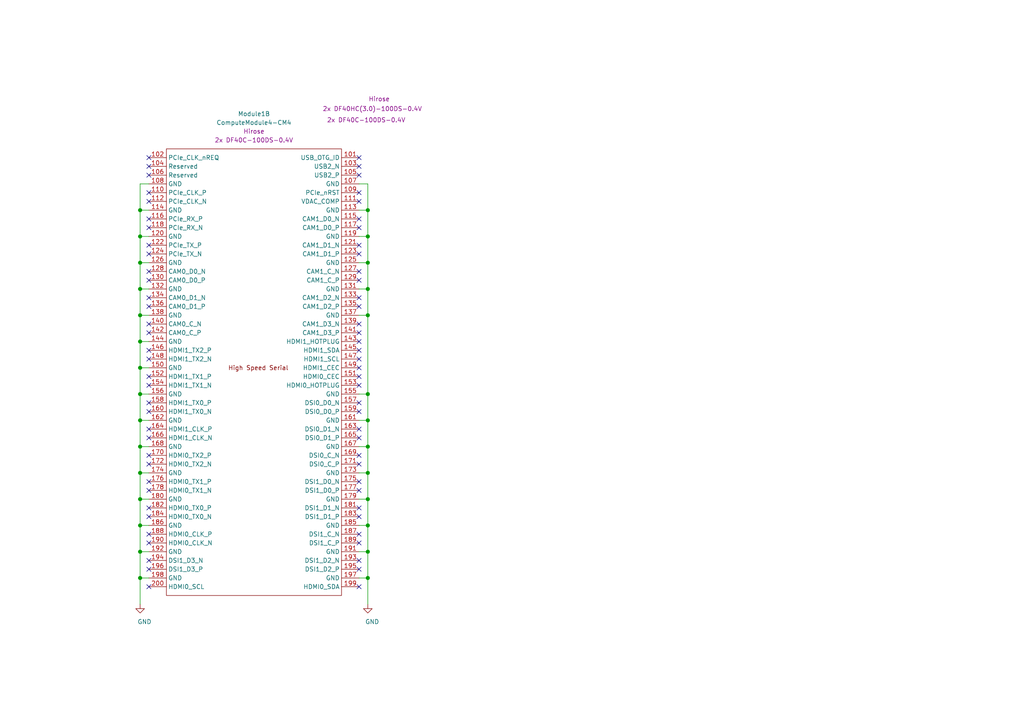
<source format=kicad_sch>
(kicad_sch (version 20210126) (generator eeschema)
  (paper "A4")
  (title_block (title "Raspberry Pi Compute Module 4 Carrier Template") (date "2020-10-31") (rev "v01") (comment 2 "creativecommons.org/licenses/by-sa/4.0") (comment 3 "License: CC BY 4.0") (comment 4 "Author: Shawn Hymel"))
  (lib_symbols
    (symbol "CM4IO:ComputeModule4-CM4"
      (property "Reference" "Module" (at 113.03 -68.58 0))
      (property "Value" "ComputeModule4-CM4" (at 140.97 2.54 0))
      (property "Manufacturer" "Hirose" (at 0 0 0))
      (property "MPN" "2x DF40C-100DS-0.4V" (at 0 -2.54 0))
      (property "MPN (Alt)" "2x DF40HC(3.0)-100DS-0.4V" (at 0 0 0))
      (symbol "ComputeModule4-CM4_1_0"
        (text "GPIO" (at 0 6.35 0) (effects (font (size 1.27 1.27))))
      )
      (symbol "ComputeModule4-CM4_1_1"
        (text "600mA Max" (at -8.89 -53.34 0) (effects (font (size 1.27 1.27))))
        (text "600mA Max" (at -8.89 -48.26 0) (effects (font (size 1.27 1.27))))
        (text "NB SD signals are only available" (at -1.27 -27.94 0) (effects (font (size 1.27 1.27))))
        (text "on modules without eMMC" (at -1.27 -30.48 0) (effects (font (size 1.27 1.27))))
        (rectangle (start -30.48 -71.12) (end 25.4 58.42))
        (pin power_in line (at 27.94 55.88 180) (length 2.54) (name "GND") (number "1"))
        (pin passive line (at -33.02 45.72 0) (length 2.54) (name "Ethernet_Pair0_N") (number "10"))
        (pin output line (at -33.02 -68.58 0) (length 2.54) (name "nEXTRST") (number "100"))
        (pin passive line (at 27.94 43.18 180) (length 2.54) (name "Ethernet_Pair2_P") (number "11"))
        (pin passive line (at -33.02 43.18 0) (length 2.54) (name "Ethernet_Pair0_P") (number "12"))
        (pin power_in line (at 27.94 40.64 180) (length 2.54) (name "GND") (number "13"))
        (pin power_in line (at -33.02 40.64 0) (length 2.54) (name "GND") (number "14"))
        (pin output line (at 27.94 38.1 180) (length 2.54) (name "Ethernet_nLED3(3.3v)") (number "15"))
        (pin input line (at -33.02 38.1 0) (length 2.54) (name "Ethernet_SYNC_IN(1.8v)") (number "16"))
        (pin output line (at 27.94 35.56 180) (length 2.54) (name "Ethernet_nLED2(3.3v)") (number "17"))
        (pin input line (at -33.02 35.56 0) (length 2.54) (name "Ethernet_SYNC_OUT(1.8v)") (number "18"))
        (pin output line (at 27.94 33.02 180) (length 2.54) (name "Ethernet_nLED1(3.3v)") (number "19"))
        (pin power_in line (at -33.02 55.88 0) (length 2.54) (name "GND") (number "2"))
        (pin passive line (at -33.02 33.02 0) (length 2.54) (name "EEPROM_nWP") (number "20"))
        (pin open_collector line (at 27.94 30.48 180) (length 2.54) (name "PI_nLED_Activity") (number "21"))
        (pin power_in line (at -33.02 30.48 0) (length 2.54) (name "GND") (number "22"))
        (pin power_in line (at 27.94 27.94 180) (length 2.54) (name "GND") (number "23"))
        (pin passive line (at -33.02 27.94 0) (length 2.54) (name "GPIO26") (number "24"))
        (pin passive line (at 27.94 25.4 180) (length 2.54) (name "GPIO21") (number "25"))
        (pin passive line (at -33.02 25.4 0) (length 2.54) (name "GPIO19") (number "26"))
        (pin passive line (at 27.94 22.86 180) (length 2.54) (name "GPIO20") (number "27"))
        (pin passive line (at -33.02 22.86 0) (length 2.54) (name "GPIO13") (number "28"))
        (pin passive line (at 27.94 20.32 180) (length 2.54) (name "GPIO16") (number "29"))
        (pin passive line (at 27.94 53.34 180) (length 2.54) (name "Ethernet_Pair3_P") (number "3"))
        (pin passive line (at -33.02 20.32 0) (length 2.54) (name "GPIO6") (number "30"))
        (pin passive line (at 27.94 17.78 180) (length 2.54) (name "GPIO12") (number "31"))
        (pin power_in line (at -33.02 17.78 0) (length 2.54) (name "GND") (number "32"))
        (pin power_in line (at 27.94 15.24 180) (length 2.54) (name "GND") (number "33"))
        (pin passive line (at -33.02 15.24 0) (length 2.54) (name "GPIO5") (number "34"))
        (pin passive line (at 27.94 12.7 180) (length 2.54) (name "ID_SC") (number "35"))
        (pin passive line (at -33.02 12.7 0) (length 2.54) (name "ID_SD") (number "36"))
        (pin passive line (at 27.94 10.16 180) (length 2.54) (name "GPIO7") (number "37"))
        (pin passive line (at -33.02 10.16 0) (length 2.54) (name "GPIO11") (number "38"))
        (pin passive line (at 27.94 7.62 180) (length 2.54) (name "GPIO8") (number "39"))
        (pin passive line (at -33.02 53.34 0) (length 2.54) (name "Ethernet_Pair1_P") (number "4"))
        (pin passive line (at -33.02 7.62 0) (length 2.54) (name "GPIO9") (number "40"))
        (pin passive line (at 27.94 5.08 180) (length 2.54) (name "GPIO25") (number "41"))
        (pin power_in line (at -33.02 5.08 0) (length 2.54) (name "GND") (number "42"))
        (pin power_in line (at 27.94 2.54 180) (length 2.54) (name "GND") (number "43"))
        (pin passive line (at -33.02 2.54 0) (length 2.54) (name "GPIO10") (number "44"))
        (pin passive line (at 27.94 0 180) (length 2.54) (name "GPIO24") (number "45"))
        (pin passive line (at -33.02 0 0) (length 2.54) (name "GPIO22") (number "46"))
        (pin passive line (at 27.94 -2.54 180) (length 2.54) (name "GPIO23") (number "47"))
        (pin passive line (at -33.02 -2.54 0) (length 2.54) (name "GPIO27") (number "48"))
        (pin passive line (at 27.94 -5.08 180) (length 2.54) (name "GPIO18") (number "49"))
        (pin passive line (at 27.94 50.8 180) (length 2.54) (name "Ethernet_Pair3_N") (number "5"))
        (pin passive line (at -33.02 -5.08 0) (length 2.54) (name "GPIO17") (number "50"))
        (pin passive line (at 27.94 -7.62 180) (length 2.54) (name "GPIO15") (number "51"))
        (pin power_in line (at -33.02 -7.62 0) (length 2.54) (name "GND") (number "52"))
        (pin power_in line (at 27.94 -10.16 180) (length 2.54) (name "GND") (number "53"))
        (pin passive line (at -33.02 -10.16 0) (length 2.54) (name "GPIO4") (number "54"))
        (pin passive line (at 27.94 -12.7 180) (length 2.54) (name "GPIO14") (number "55"))
        (pin passive line (at -33.02 -12.7 0) (length 2.54) (name "GPIO3") (number "56"))
        (pin passive line (at 27.94 -15.24 180) (length 2.54) (name "SD_CLK") (number "57"))
        (pin passive line (at -33.02 -15.24 0) (length 2.54) (name "GPIO2") (number "58"))
        (pin power_in line (at 27.94 -17.78 180) (length 2.54) (name "GND") (number "59"))
        (pin passive line (at -33.02 50.8 0) (length 2.54) (name "Ethernet_Pair1_N") (number "6"))
        (pin power_in line (at -33.02 -17.78 0) (length 2.54) (name "GND") (number "60"))
        (pin passive line (at 27.94 -20.32 180) (length 2.54) (name "SD_DAT3") (number "61"))
        (pin passive line (at -33.02 -20.32 0) (length 2.54) (name "SD_CMD") (number "62"))
        (pin passive line (at 27.94 -22.86 180) (length 2.54) (name "SD_DAT0") (number "63"))
        (pin passive line (at -33.02 -22.86 0) (length 2.54) (name "SD_DAT5") (number "64"))
        (pin power_in line (at 27.94 -25.4 180) (length 2.54) (name "GND") (number "65"))
        (pin power_in line (at -33.02 -25.4 0) (length 2.54) (name "GND") (number "66"))
        (pin passive line (at 27.94 -27.94 180) (length 2.54) (name "SD_DAT1") (number "67"))
        (pin passive line (at -33.02 -27.94 0) (length 2.54) (name "SD_DAT4") (number "68"))
        (pin passive line (at 27.94 -30.48 180) (length 2.54) (name "SD_DAT2") (number "69"))
        (pin power_in line (at 27.94 48.26 180) (length 2.54) (name "GND") (number "7"))
        (pin passive line (at -33.02 -30.48 0) (length 2.54) (name "SD_DAT7") (number "70"))
        (pin power_in line (at 27.94 -33.02 180) (length 2.54) (name "GND") (number "71"))
        (pin passive line (at -33.02 -33.02 0) (length 2.54) (name "SD_DAT6") (number "72"))
        (pin input line (at 27.94 -35.56 180) (length 2.54) (name "SD_VDD_Override") (number "73"))
        (pin power_in line (at -33.02 -35.56 0) (length 2.54) (name "GND") (number "74"))
        (pin output line (at 27.94 -38.1 180) (length 2.54) (name "SD_PWR_ON") (number "75"))
        (pin passive line (at -33.02 -38.1 0) (length 2.54) (name "Reserved") (number "76"))
        (pin power_in line (at 27.94 -40.64 180) (length 2.54) (name "+5v_(Input)") (number "77"))
        (pin power_in line (at -33.02 -40.64 0) (length 2.54) (name "GPIO_VREF(1.8v/3.3v_Input)") (number "78"))
        (pin power_in line (at 27.94 -43.18 180) (length 2.54) (name "+5v_(Input)") (number "79"))
        (pin power_in line (at -33.02 48.26 0) (length 2.54) (name "GND") (number "8"))
        (pin passive line (at -33.02 -43.18 0) (length 2.54) (name "SCL0") (number "80"))
        (pin power_in line (at 27.94 -45.72 180) (length 2.54) (name "+5v_(Input)") (number "81"))
        (pin passive line (at -33.02 -45.72 0) (length 2.54) (name "SDA0") (number "82"))
        (pin power_in line (at 27.94 -48.26 180) (length 2.54) (name "+5v_(Input)") (number "83"))
        (pin power_out line (at -33.02 -48.26 0) (length 2.54) (name "+3.3v_(Output)") (number "84"))
        (pin power_in line (at 27.94 -50.8 180) (length 2.54) (name "+5v_(Input)") (number "85"))
        (pin power_out line (at -33.02 -50.8 0) (length 2.54) (name "+3.3v_(Output)") (number "86"))
        (pin power_in line (at 27.94 -53.34 180) (length 2.54) (name "+5v_(Input)") (number "87"))
        (pin power_out line (at -33.02 -53.34 0) (length 2.54) (name "+1.8v_(Output)") (number "88"))
        (pin power_in line (at 27.94 -55.88 180) (length 2.54) (name "WiFi_nDisable") (number "89"))
        (pin passive line (at 27.94 45.72 180) (length 2.54) (name "Ethernet_Pair2_N") (number "9"))
        (pin power_out line (at -33.02 -55.88 0) (length 2.54) (name "+1.8v_(Output)") (number "90"))
        (pin power_in line (at 27.94 -58.42 180) (length 2.54) (name "BT_nDisable") (number "91"))
        (pin passive line (at -33.02 -58.42 0) (length 2.54) (name "RUN_PG") (number "92"))
        (pin input line (at 27.94 -60.96 180) (length 2.54) (name "nRPIBOOT") (number "93"))
        (pin passive line (at -33.02 -60.96 0) (length 2.54) (name "AnalogIP0") (number "94"))
        (pin output line (at 27.94 -63.5 180) (length 2.54) (name "nPI_LED_PWR") (number "95"))
        (pin passive line (at -33.02 -63.5 0) (length 2.54) (name "AnalogIP1") (number "96"))
        (pin passive line (at 27.94 -66.04 180) (length 2.54) (name "Camera_GPIO") (number "97"))
        (pin power_in line (at -33.02 -66.04 0) (length 2.54) (name "GND") (number "98"))
        (pin input line (at 27.94 -68.58 180) (length 2.54) (name "Global_EN") (number "99"))
      )
      (symbol "ComputeModule4-CM4_2_1"
        (text "High Speed Serial" (at 140.97 0 0) (effects (font (size 1.27 1.27))))
        (rectangle (start 114.3 -66.04) (end 165.1 63.5))
        (pin input line (at 170.18 60.96 180) (length 5.08) (name "USB_OTG_ID") (number "101"))
        (pin input line (at 109.22 60.96 0) (length 5.08) (name "PCIe_CLK_nREQ") (number "102"))
        (pin passive line (at 170.18 58.42 180) (length 5.08) (name "USB2_N") (number "103"))
        (pin passive line (at 109.22 58.42 0) (length 5.08) (name "Reserved") (number "104"))
        (pin passive line (at 170.18 55.88 180) (length 5.08) (name "USB2_P") (number "105"))
        (pin passive line (at 109.22 55.88 0) (length 5.08) (name "Reserved") (number "106"))
        (pin power_in line (at 170.18 53.34 180) (length 5.08) (name "GND") (number "107"))
        (pin power_in line (at 109.22 53.34 0) (length 5.08) (name "GND") (number "108"))
        (pin bidirectional line (at 170.18 50.8 180) (length 5.08) (name "PCIe_nRST") (number "109"))
        (pin output line (at 109.22 50.8 0) (length 5.08) (name "PCIe_CLK_P") (number "110"))
        (pin passive line (at 170.18 48.26 180) (length 5.08) (name "VDAC_COMP") (number "111"))
        (pin output line (at 109.22 48.26 0) (length 5.08) (name "PCIe_CLK_N") (number "112"))
        (pin power_in line (at 170.18 45.72 180) (length 5.08) (name "GND") (number "113"))
        (pin power_in line (at 109.22 45.72 0) (length 5.08) (name "GND") (number "114"))
        (pin input line (at 170.18 43.18 180) (length 5.08) (name "CAM1_D0_N") (number "115"))
        (pin input line (at 109.22 43.18 0) (length 5.08) (name "PCIe_RX_P") (number "116"))
        (pin input line (at 170.18 40.64 180) (length 5.08) (name "CAM1_D0_P") (number "117"))
        (pin input line (at 109.22 40.64 0) (length 5.08) (name "PCIe_RX_N") (number "118"))
        (pin power_in line (at 170.18 38.1 180) (length 5.08) (name "GND") (number "119"))
        (pin power_in line (at 109.22 38.1 0) (length 5.08) (name "GND") (number "120"))
        (pin input line (at 170.18 35.56 180) (length 5.08) (name "CAM1_D1_N") (number "121"))
        (pin output line (at 109.22 35.56 0) (length 5.08) (name "PCIe_TX_P") (number "122"))
        (pin input line (at 170.18 33.02 180) (length 5.08) (name "CAM1_D1_P") (number "123"))
        (pin output line (at 109.22 33.02 0) (length 5.08) (name "PCIe_TX_N") (number "124"))
        (pin power_in line (at 170.18 30.48 180) (length 5.08) (name "GND") (number "125"))
        (pin power_in line (at 109.22 30.48 0) (length 5.08) (name "GND") (number "126"))
        (pin input line (at 170.18 27.94 180) (length 5.08) (name "CAM1_C_N") (number "127"))
        (pin input line (at 109.22 27.94 0) (length 5.08) (name "CAM0_D0_N") (number "128"))
        (pin input line (at 170.18 25.4 180) (length 5.08) (name "CAM1_C_P") (number "129"))
        (pin input line (at 109.22 25.4 0) (length 5.08) (name "CAM0_D0_P") (number "130"))
        (pin power_in line (at 170.18 22.86 180) (length 5.08) (name "GND") (number "131"))
        (pin power_in line (at 109.22 22.86 0) (length 5.08) (name "GND") (number "132"))
        (pin input line (at 170.18 20.32 180) (length 5.08) (name "CAM1_D2_N") (number "133"))
        (pin input line (at 109.22 20.32 0) (length 5.08) (name "CAM0_D1_N") (number "134"))
        (pin input line (at 170.18 17.78 180) (length 5.08) (name "CAM1_D2_P") (number "135"))
        (pin input line (at 109.22 17.78 0) (length 5.08) (name "CAM0_D1_P") (number "136"))
        (pin power_in line (at 170.18 15.24 180) (length 5.08) (name "GND") (number "137"))
        (pin power_in line (at 109.22 15.24 0) (length 5.08) (name "GND") (number "138"))
        (pin input line (at 170.18 12.7 180) (length 5.08) (name "CAM1_D3_N") (number "139"))
        (pin input line (at 109.22 12.7 0) (length 5.08) (name "CAM0_C_N") (number "140"))
        (pin input line (at 170.18 10.16 180) (length 5.08) (name "CAM1_D3_P") (number "141"))
        (pin input line (at 109.22 10.16 0) (length 5.08) (name "CAM0_C_P") (number "142"))
        (pin input line (at 170.18 7.62 180) (length 5.08) (name "HDMI1_HOTPLUG") (number "143"))
        (pin power_in line (at 109.22 7.62 0) (length 5.08) (name "GND") (number "144"))
        (pin bidirectional line (at 170.18 5.08 180) (length 5.08) (name "HDMI1_SDA") (number "145"))
        (pin output line (at 109.22 5.08 0) (length 5.08) (name "HDMI1_TX2_P") (number "146"))
        (pin open_collector line (at 170.18 2.54 180) (length 5.08) (name "HDMI1_SCL") (number "147"))
        (pin output line (at 109.22 2.54 0) (length 5.08) (name "HDMI1_TX2_N") (number "148"))
        (pin open_collector line (at 170.18 0 180) (length 5.08) (name "HDMI1_CEC") (number "149"))
        (pin power_in line (at 109.22 0 0) (length 5.08) (name "GND") (number "150"))
        (pin open_collector line (at 170.18 -2.54 180) (length 5.08) (name "HDMI0_CEC") (number "151"))
        (pin output line (at 109.22 -2.54 0) (length 5.08) (name "HDMI1_TX1_P") (number "152"))
        (pin input line (at 170.18 -5.08 180) (length 5.08) (name "HDMI0_HOTPLUG") (number "153"))
        (pin output line (at 109.22 -5.08 0) (length 5.08) (name "HDMI1_TX1_N") (number "154"))
        (pin power_in line (at 170.18 -7.62 180) (length 5.08) (name "GND") (number "155"))
        (pin power_in line (at 109.22 -7.62 0) (length 5.08) (name "GND") (number "156"))
        (pin output line (at 170.18 -10.16 180) (length 5.08) (name "DSI0_D0_N") (number "157"))
        (pin output line (at 109.22 -10.16 0) (length 5.08) (name "HDMI1_TX0_P") (number "158"))
        (pin output line (at 170.18 -12.7 180) (length 5.08) (name "DSI0_D0_P") (number "159"))
        (pin output line (at 109.22 -12.7 0) (length 5.08) (name "HDMI1_TX0_N") (number "160"))
        (pin power_in line (at 170.18 -15.24 180) (length 5.08) (name "GND") (number "161"))
        (pin power_in line (at 109.22 -15.24 0) (length 5.08) (name "GND") (number "162"))
        (pin output line (at 170.18 -17.78 180) (length 5.08) (name "DSI0_D1_N") (number "163"))
        (pin output line (at 109.22 -17.78 0) (length 5.08) (name "HDMI1_CLK_P") (number "164"))
        (pin output line (at 170.18 -20.32 180) (length 5.08) (name "DSI0_D1_P") (number "165"))
        (pin output line (at 109.22 -20.32 0) (length 5.08) (name "HDMI1_CLK_N") (number "166"))
        (pin power_in line (at 170.18 -22.86 180) (length 5.08) (name "GND") (number "167"))
        (pin power_in line (at 109.22 -22.86 0) (length 5.08) (name "GND") (number "168"))
        (pin output line (at 170.18 -25.4 180) (length 5.08) (name "DSI0_C_N") (number "169"))
        (pin output line (at 109.22 -25.4 0) (length 5.08) (name "HDMI0_TX2_P") (number "170"))
        (pin output line (at 170.18 -27.94 180) (length 5.08) (name "DSI0_C_P") (number "171"))
        (pin output line (at 109.22 -27.94 0) (length 5.08) (name "HDMI0_TX2_N") (number "172"))
        (pin power_in line (at 170.18 -30.48 180) (length 5.08) (name "GND") (number "173"))
        (pin power_in line (at 109.22 -30.48 0) (length 5.08) (name "GND") (number "174"))
        (pin output line (at 170.18 -33.02 180) (length 5.08) (name "DSI1_D0_N") (number "175"))
        (pin output line (at 109.22 -33.02 0) (length 5.08) (name "HDMI0_TX1_P") (number "176"))
        (pin output line (at 170.18 -35.56 180) (length 5.08) (name "DSI1_D0_P") (number "177"))
        (pin output line (at 109.22 -35.56 0) (length 5.08) (name "HDMI0_TX1_N") (number "178"))
        (pin power_in line (at 170.18 -38.1 180) (length 5.08) (name "GND") (number "179"))
        (pin power_in line (at 109.22 -38.1 0) (length 5.08) (name "GND") (number "180"))
        (pin output line (at 170.18 -40.64 180) (length 5.08) (name "DSI1_D1_N") (number "181"))
        (pin output line (at 109.22 -40.64 0) (length 5.08) (name "HDMI0_TX0_P") (number "182"))
        (pin output line (at 170.18 -43.18 180) (length 5.08) (name "DSI1_D1_P") (number "183"))
        (pin output line (at 109.22 -43.18 0) (length 5.08) (name "HDMI0_TX0_N") (number "184"))
        (pin power_in line (at 170.18 -45.72 180) (length 5.08) (name "GND") (number "185"))
        (pin power_in line (at 109.22 -45.72 0) (length 5.08) (name "GND") (number "186"))
        (pin output line (at 170.18 -48.26 180) (length 5.08) (name "DSI1_C_N") (number "187"))
        (pin output line (at 109.22 -48.26 0) (length 5.08) (name "HDMI0_CLK_P") (number "188"))
        (pin output line (at 170.18 -50.8 180) (length 5.08) (name "DSI1_C_P") (number "189"))
        (pin output line (at 109.22 -50.8 0) (length 5.08) (name "HDMI0_CLK_N") (number "190"))
        (pin power_in line (at 170.18 -53.34 180) (length 5.08) (name "GND") (number "191"))
        (pin power_in line (at 109.22 -53.34 0) (length 5.08) (name "GND") (number "192"))
        (pin output line (at 170.18 -55.88 180) (length 5.08) (name "DSI1_D2_N") (number "193"))
        (pin output line (at 109.22 -55.88 0) (length 5.08) (name "DSI1_D3_N") (number "194"))
        (pin output line (at 170.18 -58.42 180) (length 5.08) (name "DSI1_D2_P") (number "195"))
        (pin output line (at 109.22 -58.42 0) (length 5.08) (name "DSI1_D3_P") (number "196"))
        (pin power_in line (at 170.18 -60.96 180) (length 5.08) (name "GND") (number "197"))
        (pin power_in line (at 109.22 -60.96 0) (length 5.08) (name "GND") (number "198"))
        (pin bidirectional line (at 170.18 -63.5 180) (length 5.08) (name "HDMI0_SDA") (number "199"))
        (pin open_collector line (at 109.22 -63.5 0) (length 5.08) (name "HDMI0_SCL") (number "200"))
      )
    )
    (symbol "power:GND" (power) (pin_names (offset 0))
      (property "Value" "GND" (at 0 -3.81 0))
      (symbol "GND_0_1"
        (polyline (pts (xy 0 0) (xy 0 -1.27) (xy 1.27 -1.27) (xy 0 -2.54) (xy -1.27 -1.27) (xy 0 -1.27)))
      )
      (symbol "GND_1_1"
        (pin power_in line (at 0 0 270) (length 0) hide (name "GND") (number "1"))
      )
    )
  )
  (junction (at 40.64 60.96) (diameter 1.016))
  (junction (at 40.64 68.58) (diameter 1.016))
  (junction (at 40.64 76.2) (diameter 1.016))
  (junction (at 40.64 83.82) (diameter 1.016))
  (junction (at 40.64 91.44) (diameter 1.016))
  (junction (at 40.64 99.06) (diameter 1.016))
  (junction (at 40.64 106.68) (diameter 1.016))
  (junction (at 40.64 114.3) (diameter 1.016))
  (junction (at 40.64 121.92) (diameter 1.016))
  (junction (at 40.64 129.54) (diameter 1.016))
  (junction (at 40.64 137.16) (diameter 1.016))
  (junction (at 40.64 144.78) (diameter 1.016))
  (junction (at 40.64 152.4) (diameter 1.016))
  (junction (at 40.64 160.02) (diameter 1.016))
  (junction (at 40.64 167.64) (diameter 1.016))
  (junction (at 106.68 60.96) (diameter 1.016))
  (junction (at 106.68 68.58) (diameter 1.016))
  (junction (at 106.68 76.2) (diameter 1.016))
  (junction (at 106.68 83.82) (diameter 1.016))
  (junction (at 106.68 91.44) (diameter 1.016))
  (junction (at 106.68 114.3) (diameter 1.016))
  (junction (at 106.68 121.92) (diameter 1.016))
  (junction (at 106.68 129.54) (diameter 1.016))
  (junction (at 106.68 137.16) (diameter 1.016))
  (junction (at 106.68 144.78) (diameter 1.016))
  (junction (at 106.68 152.4) (diameter 1.016))
  (junction (at 106.68 160.02) (diameter 1.016))
  (junction (at 106.68 167.64) (diameter 1.016))
  (no_connect (at 43.18 45.72))
  (no_connect (at 43.18 48.26))
  (no_connect (at 43.18 50.8))
  (no_connect (at 43.18 55.88))
  (no_connect (at 43.18 58.42))
  (no_connect (at 43.18 63.5))
  (no_connect (at 43.18 66.04))
  (no_connect (at 43.18 71.12))
  (no_connect (at 43.18 73.66))
  (no_connect (at 43.18 78.74))
  (no_connect (at 43.18 81.28))
  (no_connect (at 43.18 86.36))
  (no_connect (at 43.18 88.9))
  (no_connect (at 43.18 93.98))
  (no_connect (at 43.18 96.52))
  (no_connect (at 43.18 101.6))
  (no_connect (at 43.18 104.14))
  (no_connect (at 43.18 109.22))
  (no_connect (at 43.18 111.76))
  (no_connect (at 43.18 116.84))
  (no_connect (at 43.18 119.38))
  (no_connect (at 43.18 124.46))
  (no_connect (at 43.18 127))
  (no_connect (at 43.18 132.08))
  (no_connect (at 43.18 134.62))
  (no_connect (at 43.18 139.7))
  (no_connect (at 43.18 142.24))
  (no_connect (at 43.18 147.32))
  (no_connect (at 43.18 149.86))
  (no_connect (at 43.18 154.94))
  (no_connect (at 43.18 157.48))
  (no_connect (at 43.18 162.56))
  (no_connect (at 43.18 165.1))
  (no_connect (at 43.18 170.18))
  (no_connect (at 104.14 45.72))
  (no_connect (at 104.14 48.26))
  (no_connect (at 104.14 50.8))
  (no_connect (at 104.14 55.88))
  (no_connect (at 104.14 58.42))
  (no_connect (at 104.14 63.5))
  (no_connect (at 104.14 66.04))
  (no_connect (at 104.14 71.12))
  (no_connect (at 104.14 73.66))
  (no_connect (at 104.14 78.74))
  (no_connect (at 104.14 81.28))
  (no_connect (at 104.14 86.36))
  (no_connect (at 104.14 88.9))
  (no_connect (at 104.14 93.98))
  (no_connect (at 104.14 96.52))
  (no_connect (at 104.14 99.06))
  (no_connect (at 104.14 101.6))
  (no_connect (at 104.14 104.14))
  (no_connect (at 104.14 106.68))
  (no_connect (at 104.14 109.22))
  (no_connect (at 104.14 111.76))
  (no_connect (at 104.14 116.84))
  (no_connect (at 104.14 119.38))
  (no_connect (at 104.14 124.46))
  (no_connect (at 104.14 127))
  (no_connect (at 104.14 132.08))
  (no_connect (at 104.14 134.62))
  (no_connect (at 104.14 139.7))
  (no_connect (at 104.14 142.24))
  (no_connect (at 104.14 147.32))
  (no_connect (at 104.14 149.86))
  (no_connect (at 104.14 154.94))
  (no_connect (at 104.14 157.48))
  (no_connect (at 104.14 162.56))
  (no_connect (at 104.14 165.1))
  (no_connect (at 104.14 170.18))
  (wire (pts (xy 40.64 53.34) (xy 40.64 60.96)))
  (wire (pts (xy 40.64 53.34) (xy 43.18 53.34)))
  (wire (pts (xy 40.64 60.96) (xy 40.64 68.58)))
  (wire (pts (xy 40.64 60.96) (xy 43.18 60.96)))
  (wire (pts (xy 40.64 68.58) (xy 40.64 76.2)))
  (wire (pts (xy 40.64 68.58) (xy 43.18 68.58)))
  (wire (pts (xy 40.64 76.2) (xy 40.64 83.82)))
  (wire (pts (xy 40.64 76.2) (xy 43.18 76.2)))
  (wire (pts (xy 40.64 83.82) (xy 40.64 91.44)))
  (wire (pts (xy 40.64 83.82) (xy 43.18 83.82)))
  (wire (pts (xy 40.64 91.44) (xy 40.64 99.06)))
  (wire (pts (xy 40.64 91.44) (xy 43.18 91.44)))
  (wire (pts (xy 40.64 99.06) (xy 40.64 106.68)))
  (wire (pts (xy 40.64 99.06) (xy 43.18 99.06)))
  (wire (pts (xy 40.64 106.68) (xy 40.64 114.3)))
  (wire (pts (xy 40.64 106.68) (xy 43.18 106.68)))
  (wire (pts (xy 40.64 114.3) (xy 40.64 121.92)))
  (wire (pts (xy 40.64 114.3) (xy 43.18 114.3)))
  (wire (pts (xy 40.64 121.92) (xy 40.64 129.54)))
  (wire (pts (xy 40.64 121.92) (xy 43.18 121.92)))
  (wire (pts (xy 40.64 129.54) (xy 40.64 137.16)))
  (wire (pts (xy 40.64 129.54) (xy 43.18 129.54)))
  (wire (pts (xy 40.64 137.16) (xy 40.64 144.78)))
  (wire (pts (xy 40.64 137.16) (xy 43.18 137.16)))
  (wire (pts (xy 40.64 144.78) (xy 40.64 152.4)))
  (wire (pts (xy 40.64 144.78) (xy 43.18 144.78)))
  (wire (pts (xy 40.64 152.4) (xy 40.64 160.02)))
  (wire (pts (xy 40.64 152.4) (xy 43.18 152.4)))
  (wire (pts (xy 40.64 160.02) (xy 40.64 167.64)))
  (wire (pts (xy 40.64 160.02) (xy 43.18 160.02)))
  (wire (pts (xy 40.64 167.64) (xy 40.64 175.26)))
  (wire (pts (xy 40.64 167.64) (xy 43.18 167.64)))
  (wire (pts (xy 104.14 53.34) (xy 106.68 53.34)))
  (wire (pts (xy 104.14 60.96) (xy 106.68 60.96)))
  (wire (pts (xy 104.14 68.58) (xy 106.68 68.58)))
  (wire (pts (xy 104.14 76.2) (xy 106.68 76.2)))
  (wire (pts (xy 104.14 83.82) (xy 106.68 83.82)))
  (wire (pts (xy 104.14 91.44) (xy 106.68 91.44)))
  (wire (pts (xy 104.14 114.3) (xy 106.68 114.3)))
  (wire (pts (xy 104.14 121.92) (xy 106.68 121.92)))
  (wire (pts (xy 104.14 129.54) (xy 106.68 129.54)))
  (wire (pts (xy 104.14 137.16) (xy 106.68 137.16)))
  (wire (pts (xy 104.14 144.78) (xy 106.68 144.78)))
  (wire (pts (xy 104.14 152.4) (xy 106.68 152.4)))
  (wire (pts (xy 104.14 160.02) (xy 106.68 160.02)))
  (wire (pts (xy 104.14 167.64) (xy 106.68 167.64)))
  (wire (pts (xy 106.68 53.34) (xy 106.68 60.96)))
  (wire (pts (xy 106.68 60.96) (xy 106.68 68.58)))
  (wire (pts (xy 106.68 68.58) (xy 106.68 76.2)))
  (wire (pts (xy 106.68 76.2) (xy 106.68 83.82)))
  (wire (pts (xy 106.68 83.82) (xy 106.68 91.44)))
  (wire (pts (xy 106.68 91.44) (xy 106.68 114.3)))
  (wire (pts (xy 106.68 114.3) (xy 106.68 121.92)))
  (wire (pts (xy 106.68 121.92) (xy 106.68 129.54)))
  (wire (pts (xy 106.68 129.54) (xy 106.68 137.16)))
  (wire (pts (xy 106.68 137.16) (xy 106.68 144.78)))
  (wire (pts (xy 106.68 144.78) (xy 106.68 152.4)))
  (wire (pts (xy 106.68 152.4) (xy 106.68 160.02)))
  (wire (pts (xy 106.68 160.02) (xy 106.68 167.64)))
  (wire (pts (xy 106.68 167.64) (xy 106.68 175.26)))
  (symbol (lib_id "power:GND") (at 40.64 175.26 0) (unit 1)
    (property "Reference" "#PWR04" (effects hide))
    (property "Value" "GND" (at 41.91 180.34 0))
  )
  (symbol (lib_id "power:GND") (at 106.68 175.26 0) (unit 1)
    (property "Reference" "#PWR05" (effects hide))
    (property "Value" "GND" (at 107.95 180.34 0))
  )
  (symbol (lib_id "CM4IO:ComputeModule4-CM4") (at -66.04 106.68 0) (unit 2)
    (property "Reference" "Module1" (at 73.66 33.02 0))
    (property "Value" "ComputeModule4-CM4" (at 73.66 35.56 0))
    (property "Footprint" "CM4IO:Raspberry-Pi-4-Compute-Module" (effects hide))
    (property "Field4" "Hirose" (at 73.66 38.1 0))
    (property "Field5" "2x DF40C-100DS-0.4V" (at 73.66 40.64 0))
    (property "Digi-Key_PN" "2x H124602TR-ND	" (effects hide))
    (property "Digi-Key_PN (Alt)" "2x H124602CT-ND" (effects hide))
    (property "Manufacturer" "Hirose" (at 109.982 28.702 0))
    (property "MPN" "2x DF40C-100DS-0.4V" (at 106.2228 34.798 0))
    (property "MPN (Alt)" "2x DF40HC(3.0)-100DS-0.4V" (at 108.0008 31.5468 0))
    (property "Manufacturer_Part_Number" "DF40HC(3.0)-100DS-0.4V(58)" (effects hide))
  )
)
</source>
